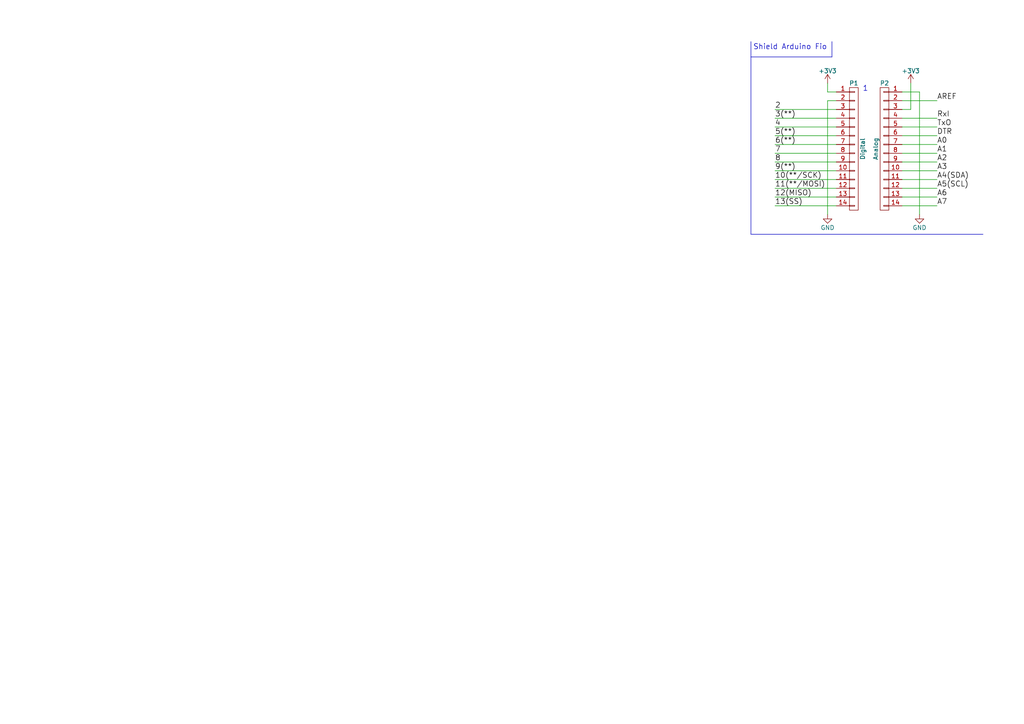
<source format=kicad_sch>
(kicad_sch (version 20230121) (generator eeschema)
  (paper "A4")
  (title_block (date "sam. 04 avril 2015"))
  (lib_symbols
    (symbol "Arduino_Fio-rescue:+3.3V" (power) (pin_names (offset 0))
      (property "Value" "+3.3V" (at 0 3.556 0))
      (symbol "+3.3V_0_1"
        (polyline (pts (xy -0.762 1.27) (xy 0 2.54)))
        (polyline (pts (xy 0 0) (xy 0 2.54)))
        (polyline (pts (xy 0 2.54) (xy 0.762 1.27)))
      )
      (symbol "+3.3V_1_1"
        (pin power_in line (at 0 0 90) (length 0) hide (name "+3V3") (number "1"))
      )
    )
    (symbol "Arduino_Fio-rescue:CONN_01X14" (pin_names (offset 1.016) hide)
      (property "Reference" "P" (at 0 19.05 0))
      (property "Value" "CONN_01X14" (at 2.54 0 90))
      (symbol "CONN_01X14_0_1"
        (rectangle (start -1.27 -16.383) (end 0.254 -16.637))
        (rectangle (start -1.27 -13.843) (end 0.254 -14.097))
        (rectangle (start -1.27 -11.303) (end 0.254 -11.557))
        (rectangle (start -1.27 -8.763) (end 0.254 -9.017))
        (rectangle (start -1.27 -6.223) (end 0.254 -6.477))
        (rectangle (start -1.27 -3.683) (end 0.254 -3.937))
        (rectangle (start -1.27 -1.143) (end 0.254 -1.397))
        (rectangle (start -1.27 1.397) (end 0.254 1.143))
        (rectangle (start -1.27 3.937) (end 0.254 3.683))
        (rectangle (start -1.27 6.477) (end 0.254 6.223))
        (rectangle (start -1.27 9.017) (end 0.254 8.763))
        (rectangle (start -1.27 11.557) (end 0.254 11.303))
        (rectangle (start -1.27 14.097) (end 0.254 13.843))
        (rectangle (start -1.27 16.637) (end 0.254 16.383))
        (rectangle (start -1.27 17.78) (end 1.27 -17.78))
      )
      (symbol "CONN_01X14_1_1"
        (pin passive line (at -5.08 16.51 0) (length 3.81) (name "P1") (number "1"))
        (pin passive line (at -5.08 -6.35 0) (length 3.81) (name "P10") (number "10"))
        (pin passive line (at -5.08 -8.89 0) (length 3.81) (name "P11") (number "11"))
        (pin passive line (at -5.08 -11.43 0) (length 3.81) (name "P12") (number "12"))
        (pin passive line (at -5.08 -13.97 0) (length 3.81) (name "P13") (number "13"))
        (pin passive line (at -5.08 -16.51 0) (length 3.81) (name "P14") (number "14"))
        (pin passive line (at -5.08 13.97 0) (length 3.81) (name "P2") (number "2"))
        (pin passive line (at -5.08 11.43 0) (length 3.81) (name "P3") (number "3"))
        (pin passive line (at -5.08 8.89 0) (length 3.81) (name "P4") (number "4"))
        (pin passive line (at -5.08 6.35 0) (length 3.81) (name "P5") (number "5"))
        (pin passive line (at -5.08 3.81 0) (length 3.81) (name "P6") (number "6"))
        (pin passive line (at -5.08 1.27 0) (length 3.81) (name "P7") (number "7"))
        (pin passive line (at -5.08 -1.27 0) (length 3.81) (name "P8") (number "8"))
        (pin passive line (at -5.08 -3.81 0) (length 3.81) (name "P9") (number "9"))
      )
    )
    (symbol "Arduino_Fio-rescue:GND" (power) (pin_names (offset 0))
      (property "Value" "GND" (at 0 -3.81 0))
      (symbol "GND_0_1"
        (polyline (pts (xy 0 0) (xy 0 -1.27) (xy 1.27 -1.27) (xy 0 -2.54) (xy -1.27 -1.27) (xy 0 -1.27)))
      )
      (symbol "GND_1_1"
        (pin power_in line (at 0 0 270) (length 0) hide (name "GND") (number "1"))
      )
    )
  )
  (wire (pts (xy 271.78 59.69) (xy 261.62 59.69)))
  (wire (pts (xy 224.79 52.07) (xy 242.57 52.07)))
  (wire (pts (xy 242.57 49.53) (xy 224.79 49.53)))
  (wire (pts (xy 271.78 34.29) (xy 261.62 34.29)))
  (polyline (pts (xy 241.3 16.51) (xy 241.3 12.065)))
  (wire (pts (xy 264.16 31.75) (xy 264.16 24.13)))
  (wire (pts (xy 242.57 39.37) (xy 224.79 39.37)))
  (wire (pts (xy 224.79 41.91) (xy 242.57 41.91)))
  (wire (pts (xy 242.57 59.69) (xy 224.79 59.69)))
  (wire (pts (xy 224.79 36.83) (xy 242.57 36.83)))
  (wire (pts (xy 242.57 26.67) (xy 240.03 26.67)))
  (wire (pts (xy 271.78 46.99) (xy 261.62 46.99)))
  (wire (pts (xy 271.78 36.83) (xy 261.62 36.83)))
  (wire (pts (xy 271.78 57.15) (xy 261.62 57.15)))
  (wire (pts (xy 261.62 31.75) (xy 264.16 31.75)))
  (wire (pts (xy 224.79 44.45) (xy 242.57 44.45)))
  (wire (pts (xy 271.78 49.53) (xy 261.62 49.53)))
  (wire (pts (xy 240.03 29.21) (xy 240.03 62.23)))
  (polyline (pts (xy 217.805 16.51) (xy 241.3 16.51)))
  (wire (pts (xy 224.79 31.75) (xy 242.57 31.75)))
  (wire (pts (xy 271.78 52.07) (xy 261.62 52.07)))
  (wire (pts (xy 261.62 29.21) (xy 271.78 29.21)))
  (polyline (pts (xy 217.805 67.945) (xy 285.115 67.945)))
  (wire (pts (xy 266.7 26.67) (xy 266.7 62.23)))
  (polyline (pts (xy 217.805 12.065) (xy 217.805 67.945)))
  (wire (pts (xy 261.62 44.45) (xy 271.78 44.45)))
  (wire (pts (xy 242.57 29.21) (xy 240.03 29.21)))
  (wire (pts (xy 224.79 54.61) (xy 242.57 54.61)))
  (wire (pts (xy 271.78 39.37) (xy 261.62 39.37)))
  (wire (pts (xy 261.62 54.61) (xy 271.78 54.61)))
  (wire (pts (xy 261.62 26.67) (xy 266.7 26.67)))
  (wire (pts (xy 224.79 34.29) (xy 242.57 34.29)))
  (wire (pts (xy 224.79 46.99) (xy 242.57 46.99)))
  (wire (pts (xy 240.03 26.67) (xy 240.03 24.13)))
  (wire (pts (xy 271.78 41.91) (xy 261.62 41.91)))
  (wire (pts (xy 224.79 57.15) (xy 242.57 57.15)))
  (text "1" (at 250.19 26.67 0) (effects (font (size 1.524 1.524)) (justify left bottom)))
  (text "Shield Arduino Fio " (at 218.44 14.605 0) (effects (font (size 1.524 1.524)) (justify left bottom)))
  (label "TxO" (at 271.78 36.83 0) (effects (font (size 1.524 1.524))))
  (label "8" (at 224.79 46.99 0) (effects (font (size 1.524 1.524))))
  (label "5(**)" (at 224.79 39.37 0) (effects (font (size 1.524 1.524))))
  (label "10(**/SCK)" (at 224.79 52.07 0) (effects (font (size 1.524 1.524))))
  (label "9(**)" (at 224.79 49.53 0) (effects (font (size 1.524 1.524))))
  (label "12(MISO)" (at 224.79 57.15 0) (effects (font (size 1.524 1.524))))
  (label "A3" (at 271.78 49.53 0) (effects (font (size 1.524 1.524))))
  (label "7" (at 224.79 44.45 0) (effects (font (size 1.524 1.524))))
  (label "A1" (at 271.78 44.45 0) (effects (font (size 1.524 1.524))))
  (label "RxI" (at 271.78 34.29 0) (effects (font (size 1.524 1.524))))
  (label "2" (at 224.79 31.75 0) (effects (font (size 1.524 1.524))))
  (label "11(**/MOSI)" (at 224.79 54.61 0) (effects (font (size 1.524 1.524))))
  (label "A2" (at 271.78 46.99 0) (effects (font (size 1.524 1.524))))
  (label "A4(SDA)" (at 271.78 52.07 0) (effects (font (size 1.524 1.524))))
  (label "3(**)" (at 224.79 34.29 0) (effects (font (size 1.524 1.524))))
  (label "13(SS)" (at 224.79 59.69 0) (effects (font (size 1.524 1.524))))
  (label "DTR" (at 271.78 39.37 0) (effects (font (size 1.524 1.524))))
  (label "A0" (at 271.78 41.91 0) (effects (font (size 1.524 1.524))))
  (label "A6" (at 271.78 57.15 0) (effects (font (size 1.524 1.524))))
  (label "AREF" (at 271.78 29.21 0) (effects (font (size 1.524 1.524))))
  (label "A5(SCL)" (at 271.78 54.61 0) (effects (font (size 1.524 1.524))))
  (label "A7" (at 271.78 59.69 0) (effects (font (size 1.524 1.524))))
  (label "6(**)" (at 224.79 41.91 0) (effects (font (size 1.524 1.524))))
  (label "4" (at 224.79 36.83 0) (effects (font (size 1.524 1.524))))
  (symbol (lib_id "Arduino_Fio-rescue:CONN_01X14") (at 247.65 43.18 0) (unit 1)
    (property "Reference" "P1" (at 247.65 24.13 0))
    (property "Value" "Digital" (at 250.19 43.18 90))
    (property "Footprint" "Socket_Arduino_Fio:Socket_Strip_Straight_1x14" (effects hide))
  )
  (symbol (lib_id "Arduino_Fio-rescue:CONN_01X14") (at 256.54 43.18 0) (mirror y) (unit 1)
    (property "Reference" "P2" (at 256.54 24.13 0))
    (property "Value" "Analog" (at 254 43.18 90))
    (property "Footprint" "Socket_Arduino_Fio:Socket_Strip_Straight_1x14" (effects hide))
  )
  (symbol (lib_id "Arduino_Fio-rescue:+3.3V") (at 240.03 24.13 0) (unit 1)
    (property "Reference" "#PWR01" (effects hide))
    (property "Value" "+3.3V" (at 240.03 20.574 0))
  )
  (symbol (lib_id "Arduino_Fio-rescue:GND") (at 240.03 62.23 0) (unit 1)
    (property "Reference" "#PWR02" (effects hide))
    (property "Value" "GND" (at 240.03 66.04 0))
  )
  (symbol (lib_id "Arduino_Fio-rescue:+3.3V") (at 264.16 24.13 0) (unit 1)
    (property "Reference" "#PWR03" (effects hide))
    (property "Value" "+3.3V" (at 264.16 20.574 0))
  )
  (symbol (lib_id "Arduino_Fio-rescue:GND") (at 266.7 62.23 0) (unit 1)
    (property "Reference" "#PWR04" (effects hide))
    (property "Value" "GND" (at 266.7 66.04 0))
  )
)
</source>
